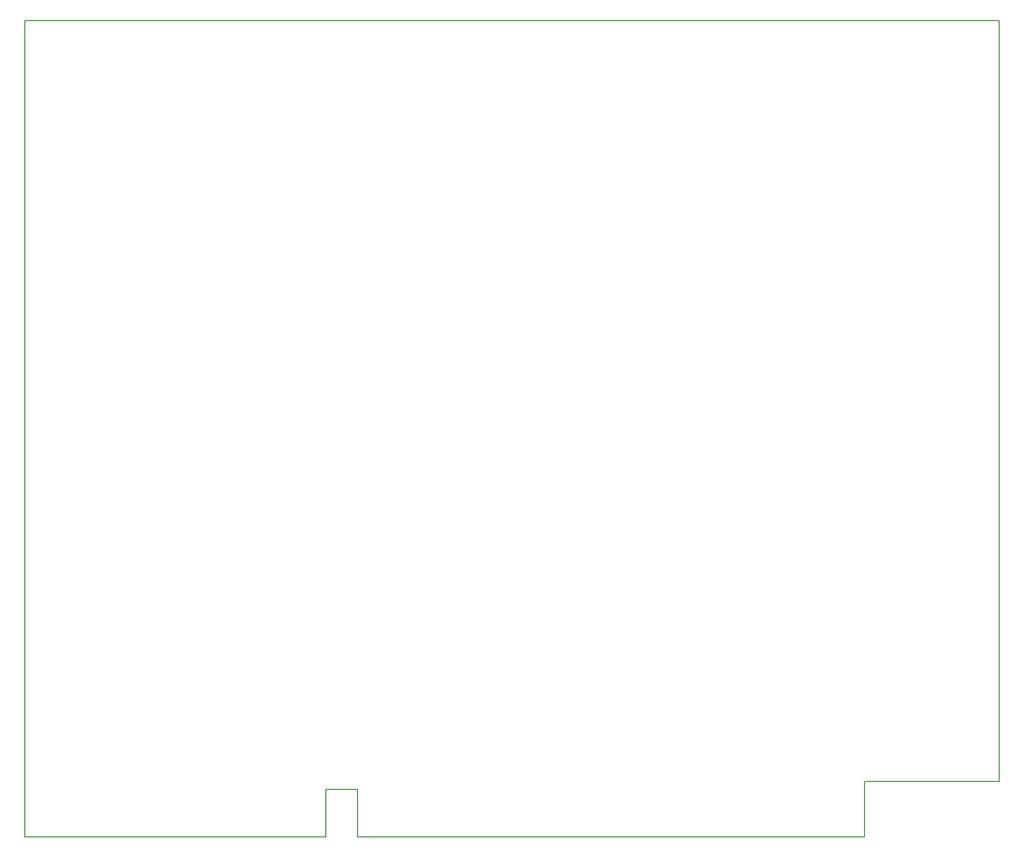
<source format=gbr>
%TF.GenerationSoftware,KiCad,Pcbnew,(7.0.0-0)*%
%TF.CreationDate,2023-03-28T15:20:12+02:00*%
%TF.ProjectId,PC104-ISA-Card,50433130-342d-4495-9341-2d436172642e,rev?*%
%TF.SameCoordinates,Original*%
%TF.FileFunction,Profile,NP*%
%FSLAX46Y46*%
G04 Gerber Fmt 4.6, Leading zero omitted, Abs format (unit mm)*
G04 Created by KiCad (PCBNEW (7.0.0-0)) date 2023-03-28 15:20:12*
%MOMM*%
%LPD*%
G01*
G04 APERTURE LIST*
%TA.AperFunction,Profile*%
%ADD10C,0.150000*%
%TD*%
G04 APERTURE END LIST*
D10*
X43420000Y-161390000D02*
X91680000Y-161390000D01*
X96760000Y-161390000D02*
X178040000Y-161390000D01*
X43420000Y-30480000D02*
X43420000Y-161390000D01*
X199630000Y-152500000D02*
X199630000Y-30480000D01*
X199630000Y-30480000D02*
X43420000Y-30480000D01*
X96760000Y-153770000D02*
X96760000Y-161390000D01*
X178040000Y-161390000D02*
X178040000Y-152500000D01*
X178040000Y-152500000D02*
X199630000Y-152500000D01*
X91680000Y-161390000D02*
X91680000Y-153770000D01*
X91680000Y-153770000D02*
X96760000Y-153770000D01*
M02*

</source>
